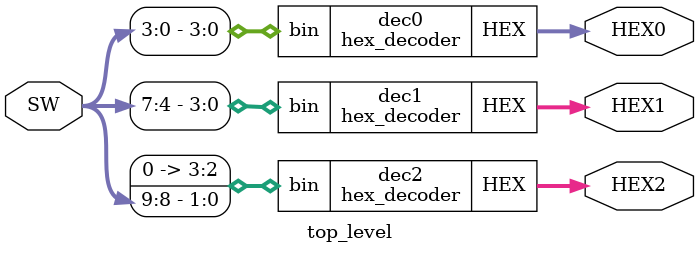
<source format=v>
module hex_decoder(
    input [3:0] bin,
    output reg [6:0] HEX
);

always @(*) begin
    case (bin)
        4'h0 : HEX = 7'b1000000;
        4'h1 : HEX = 7'b1111001;
        4'h2 : HEX = 7'b0100100;
        4'h3 : HEX = 7'b0110000;
        4'h4 : HEX = 7'b0011001;
        4'h5 : HEX = 7'b0010010;
        4'h6 : HEX = 7'b0000010;
        4'h7 : HEX = 7'b1111000;
        4'h8 : HEX = 7'b0000000;
        4'h9 : HEX = 7'b0010000;
        4'hA : HEX = 7'b0001000;
        4'hB : HEX = 7'b0000011;
        4'hC : HEX = 7'b1000110;
        4'hD : HEX = 7'b0100001;
        4'hE : HEX = 7'b0000110;
        4'hF : HEX = 7'b0001110;
        default : HEX = 7'b1111111; 
    endcase
end
endmodule



module top_level (
    input [9:0] SW,           
    output [6:0] HEX0,        
    output [6:0] HEX1,        
    output [6:0] HEX2        
);

  
    hex_decoder dec0(.bin(SW[3:0]), .HEX(HEX0));
    hex_decoder dec1(.bin(SW[7:4]), .HEX(HEX1));
    hex_decoder dec2(.bin({2'b00, SW[9:8]}), .HEX(HEX2)); 

endmodule


</source>
